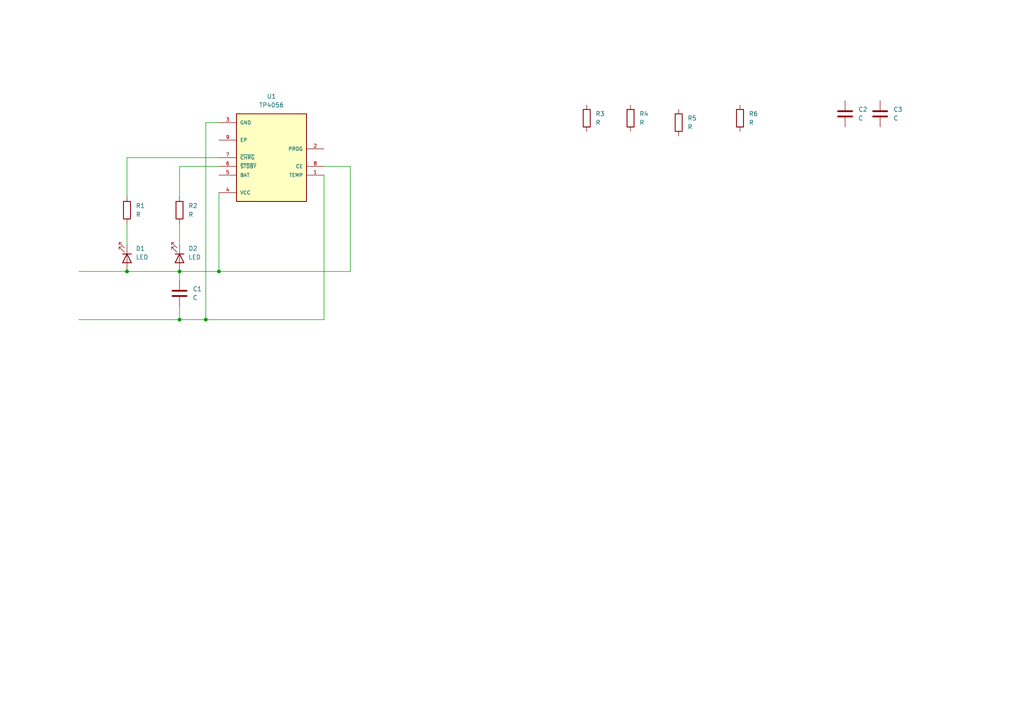
<source format=kicad_sch>
(kicad_sch (version 20231120) (generator "eeschema") (generator_version "8.0")
  (paper "A4")
  (lib_symbols
    (symbol "Device:C" (pin_numbers hide) (pin_names (offset 0.254))
      (property "Reference" "C" (at 0.635 2.54 0))
      (property "Value" "C" (at 0.635 -2.54 0))
      (symbol "C_0_1"
        (polyline (pts (xy -2.032 -0.762) (xy 2.032 -0.762)) (stroke (width 0.508)))
        (polyline (pts (xy -2.032 0.762) (xy 2.032 0.762)) (stroke (width 0.508)))
      )
      (symbol "C_1_1"
        (pin passive line (at 0 3.81 270) (length 2.794) (name "~") (number "1"))
        (pin passive line (at 0 -3.81 90) (length 2.794) (name "~") (number "2"))
      )
    )
    (symbol "Device:LED" (pin_numbers hide) (pin_names (offset 1.016) hide)
      (property "Reference" "D" (at 0 2.54 0))
      (property "Value" "LED" (at 0 -2.54 0))
      (symbol "LED_0_1"
        (polyline (pts (xy -1.27 -1.27) (xy -1.27 1.27)) (stroke (width 0.254)))
        (polyline (pts (xy -1.27 0) (xy 1.27 0)))
        (polyline (pts (xy 1.27 -1.27) (xy 1.27 1.27) (xy -1.27 0) (xy 1.27 -1.27)) (stroke (width 0.254)))
        (polyline (pts (xy -3.048 -0.762) (xy -4.572 -2.286) (xy -3.81 -2.286) (xy -4.572 -2.286) (xy -4.572 -1.524)))
        (polyline (pts (xy -1.778 -0.762) (xy -3.302 -2.286) (xy -2.54 -2.286) (xy -3.302 -2.286) (xy -3.302 -1.524)))
      )
      (symbol "LED_1_1"
        (pin passive line (at -3.81 0 0) (length 2.54) (name "K") (number "1"))
        (pin passive line (at 3.81 0 180) (length 2.54) (name "A") (number "2"))
      )
    )
    (symbol "Device:R" (pin_numbers hide) (pin_names (offset 0))
      (property "Reference" "R" (at 2.032 0 90))
      (property "Value" "R" (at 0 0 90))
      (symbol "R_0_1"
        (rectangle (start -1.016 -2.54) (end 1.016 2.54) (stroke (width 0.254)))
      )
      (symbol "R_1_1"
        (pin passive line (at 0 3.81 270) (length 1.27) (name "~") (number "1"))
        (pin passive line (at 0 -3.81 90) (length 1.27) (name "~") (number "2"))
      )
    )
    (symbol "TP4056:TP4056" (pin_names (offset 1.016))
      (property "Reference" "U" (at -10.16 13.208 0))
      (property "Value" "TP4056" (at -10.16 -15.24 0))
      (symbol "TP4056_0_0"
        (rectangle (start -10.16 -12.7) (end 10.16 12.7) (stroke (width 0.254)) (fill (type background)))
        (pin input line (at -15.24 5.08 0) (length 5.08) (name "TEMP") (number "1"))
        (pin bidirectional line (at -15.24 -2.54 0) (length 5.08) (name "PROG") (number "2"))
        (pin power_in line (at 15.24 -10.16 180) (length 5.08) (name "GND") (number "3"))
        (pin power_in line (at 15.24 10.16 180) (length 5.08) (name "VCC") (number "4"))
        (pin output line (at 15.24 5.08 180) (length 5.08) (name "BAT") (number "5"))
        (pin output line (at 15.24 2.54 180) (length 5.08) (name "~{STDBY}") (number "6"))
        (pin output line (at 15.24 0 180) (length 5.08) (name "~{CHRG}") (number "7"))
        (pin input line (at -15.24 2.54 0) (length 5.08) (name "CE") (number "8"))
        (pin passive line (at 15.24 -5.08 180) (length 5.08) (name "EP") (number "9"))
      )
    )
  )
  (junction (at 52.07 92.71))
  (junction (at 59.69 92.71))
  (junction (at 36.83 78.74))
  (junction (at 52.07 78.74))
  (junction (at 63.5 78.74))
  (wire (pts (xy 63.5 78.74) (xy 52.07 78.74)))
  (wire (pts (xy 59.69 92.71) (xy 52.07 92.71)))
  (wire (pts (xy 36.83 45.72) (xy 63.5 45.72)))
  (wire (pts (xy 63.5 55.88) (xy 63.5 78.74)))
  (wire (pts (xy 101.6 78.74) (xy 63.5 78.74)))
  (wire (pts (xy 93.98 48.26) (xy 101.6 48.26)))
  (wire (pts (xy 22.86 78.74) (xy 36.83 78.74)))
  (wire (pts (xy 36.83 64.77) (xy 36.83 71.12)))
  (wire (pts (xy 52.07 48.26) (xy 63.5 48.26)))
  (wire (pts (xy 59.69 35.56) (xy 59.69 92.71)))
  (wire (pts (xy 36.83 57.15) (xy 36.83 45.72)))
  (wire (pts (xy 101.6 48.26) (xy 101.6 78.74)))
  (wire (pts (xy 52.07 88.9) (xy 52.07 92.71)))
  (wire (pts (xy 93.98 92.71) (xy 59.69 92.71)))
  (wire (pts (xy 22.86 92.71) (xy 52.07 92.71)))
  (wire (pts (xy 52.07 64.77) (xy 52.07 71.12)))
  (wire (pts (xy 63.5 35.56) (xy 59.69 35.56)))
  (wire (pts (xy 36.83 78.74) (xy 52.07 78.74)))
  (wire (pts (xy 52.07 78.74) (xy 52.07 81.28)))
  (wire (pts (xy 52.07 57.15) (xy 52.07 48.26)))
  (wire (pts (xy 93.98 50.8) (xy 93.98 92.71)))
  (symbol (lib_id "Device:R") (at 36.83 60.96 0) (unit 1)
    (property "Reference" "R1" (at 39.37 59.6899 0) (effects (justify left)))
    (property "Value" "R" (at 39.37 62.2299 0) (effects (justify left)))
    (property "Description" "Resistor" (effects (hide yes)))
  )
  (symbol (lib_id "Device:R") (at 52.07 60.96 0) (unit 1)
    (property "Reference" "R2" (at 54.61 59.6899 0) (effects (justify left)))
    (property "Value" "R" (at 54.61 62.2299 0) (effects (justify left)))
    (property "Description" "Resistor" (effects (hide yes)))
  )
  (symbol (lib_id "Device:LED") (at 52.07 74.93 270) (unit 1)
    (property "Reference" "D2" (at 54.61 72.0724 90) (effects (justify left)))
    (property "Value" "LED" (at 54.61 74.6124 90) (effects (justify left)))
    (property "Description" "Light emitting diode" (effects (hide yes)))
  )
  (symbol (lib_id "Device:C") (at 255.27 33.02 0) (unit 1)
    (property "Reference" "C3" (at 259.08 31.7499 0) (effects (justify left)))
    (property "Value" "C" (at 259.08 34.2899 0) (effects (justify left)))
    (property "Description" "Unpolarized capacitor" (effects (hide yes)))
  )
  (symbol (lib_id "Device:R") (at 214.63 34.29 0) (unit 1)
    (property "Reference" "R6" (at 217.17 33.0199 0) (effects (justify left)))
    (property "Value" "R" (at 217.17 35.5599 0) (effects (justify left)))
    (property "Description" "Resistor" (effects (hide yes)))
  )
  (symbol (lib_id "TP4056:TP4056") (at 78.74 45.72 180) (unit 1)
    (property "Reference" "U1" (at 78.74 27.94 0))
    (property "Value" "TP4056" (at 78.74 30.48 0))
    (property "Footprint" "TP4056:SOP127P600X175-9N" (effects (hide yes)))
    (property "MF" "NanJing Top Power ASIC Corp." (effects (hide yes)))
    (property "MAXIMUM_PACKAGE_HEIGHT" "1.75mm" (effects (hide yes)))
    (property "Package" "Package" (effects (hide yes)))
    (property "Price" "None" (effects (hide yes)))
    (property "Check_prices" "https://www.snapeda.com/parts/TP4056/NanJing+Top+Power+ASIC+Corp./view-part/?ref=eda" (effects (hide yes)))
    (property "STANDARD" "IPC 7351B" (effects (hide yes)))
    (property "SnapEDA_Link" "https://www.snapeda.com/parts/TP4056/NanJing+Top+Power+ASIC+Corp./view-part/?ref=snap" (effects (hide yes)))
    (property "MP" "TP4056" (effects (hide yes)))
    (property "Description_1" "\nComplete single cell Li-Ion battery with a constant current / constant voltage linear charger\n" (effects (hide yes)))
    (property "Availability" "Not in stock" (effects (hide yes)))
    (property "MANUFACTURER" "NanJing Top Power ASIC Corp." (effects (hide yes)))
  )
  (symbol (lib_id "Device:R") (at 170.18 34.29 0) (unit 1)
    (property "Reference" "R3" (at 172.72 33.0199 0) (effects (justify left)))
    (property "Value" "R" (at 172.72 35.5599 0) (effects (justify left)))
    (property "Description" "Resistor" (effects (hide yes)))
  )
  (symbol (lib_id "Device:C") (at 52.07 85.09 0) (unit 1)
    (property "Reference" "C1" (at 55.88 83.8199 0) (effects (justify left)))
    (property "Value" "C" (at 55.88 86.3599 0) (effects (justify left)))
    (property "Description" "Unpolarized capacitor" (effects (hide yes)))
  )
  (symbol (lib_id "Device:LED") (at 36.83 74.93 270) (unit 1)
    (property "Reference" "D1" (at 39.37 72.0724 90) (effects (justify left)))
    (property "Value" "LED" (at 39.37 74.6124 90) (effects (justify left)))
    (property "Description" "Light emitting diode" (effects (hide yes)))
  )
  (symbol (lib_id "Device:R") (at 182.88 34.29 0) (unit 1)
    (property "Reference" "R4" (at 185.42 33.0199 0) (effects (justify left)))
    (property "Value" "R" (at 185.42 35.5599 0) (effects (justify left)))
    (property "Description" "Resistor" (effects (hide yes)))
  )
  (symbol (lib_id "Device:C") (at 245.11 33.02 0) (unit 1)
    (property "Reference" "C2" (at 248.92 31.7499 0) (effects (justify left)))
    (property "Value" "C" (at 248.92 34.2899 0) (effects (justify left)))
    (property "Description" "Unpolarized capacitor" (effects (hide yes)))
  )
  (symbol (lib_id "Device:R") (at 196.85 35.56 0) (unit 1)
    (property "Reference" "R5" (at 199.39 34.2899 0) (effects (justify left)))
    (property "Value" "R" (at 199.39 36.8299 0) (effects (justify left)))
    (property "Description" "Resistor" (effects (hide yes)))
  )
)
</source>
